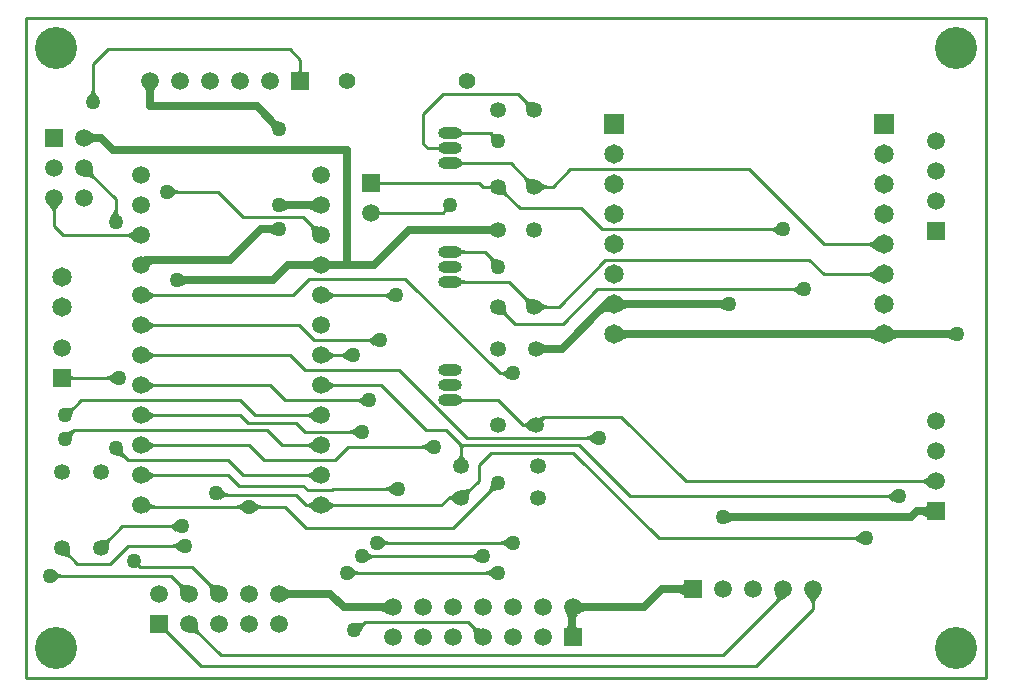
<source format=gtl>
G04 Layer_Physical_Order=1*
G04 Layer_Color=255*
%FSLAX25Y25*%
%MOIN*%
G70*
G01*
G75*
%ADD10C,0.01000*%
%ADD11C,0.02500*%
%ADD12R,0.05906X0.05906*%
%ADD13C,0.05906*%
%ADD14O,0.07874X0.03937*%
%ADD15O,0.07874X0.03937*%
%ADD16C,0.05906*%
%ADD17R,0.05906X0.05906*%
%ADD18C,0.06500*%
%ADD19R,0.06500X0.06500*%
%ADD20C,0.14000*%
%ADD21C,0.05315*%
%ADD22C,0.05512*%
%ADD23C,0.06496*%
%ADD24C,0.05000*%
G36*
X257475Y162500D02*
X257136Y162497D01*
X256523Y162449D01*
X256249Y162405D01*
X255996Y162347D01*
X255766Y162276D01*
X255557Y162191D01*
X255370Y162092D01*
X255205Y161980D01*
X255061Y161854D01*
X254354Y162561D01*
X254480Y162705D01*
X254592Y162870D01*
X254691Y163057D01*
X254776Y163266D01*
X254847Y163496D01*
X254905Y163749D01*
X254949Y164023D01*
X254980Y164318D01*
X255000Y164975D01*
X257475Y162500D01*
D02*
G37*
G36*
X222215Y161250D02*
X221972Y161487D01*
X221505Y161888D01*
X221280Y162050D01*
X221061Y162188D01*
X220847Y162300D01*
X220640Y162388D01*
X220438Y162450D01*
X220241Y162487D01*
X220051Y162500D01*
Y163500D01*
X220241Y163513D01*
X220438Y163550D01*
X220640Y163612D01*
X220847Y163700D01*
X221061Y163812D01*
X221280Y163950D01*
X221505Y164112D01*
X221736Y164300D01*
X222215Y164750D01*
Y161250D01*
D02*
G37*
G36*
X248531Y162619D02*
X248401Y162470D01*
X248284Y162295D01*
X248182Y162097D01*
X248094Y161874D01*
X248020Y161627D01*
X247960Y161356D01*
X247914Y161060D01*
X247883Y160740D01*
X247862Y160027D01*
X245231Y162657D01*
X245600Y162661D01*
X246265Y162710D01*
X246560Y162755D01*
X246832Y162815D01*
X247079Y162889D01*
X247302Y162977D01*
X247500Y163080D01*
X247674Y163196D01*
X247824Y163327D01*
X248531Y162619D01*
D02*
G37*
G36*
X401391Y163433D02*
X401089Y163731D01*
X400515Y164232D01*
X400242Y164436D01*
X399980Y164608D01*
X399728Y164749D01*
X399485Y164859D01*
X399253Y164937D01*
X399031Y164984D01*
X398818Y165000D01*
Y166000D01*
X399031Y166016D01*
X399253Y166063D01*
X399485Y166141D01*
X399728Y166251D01*
X399980Y166392D01*
X400242Y166564D01*
X400515Y166768D01*
X401089Y167269D01*
X401391Y167567D01*
Y163433D01*
D02*
G37*
G36*
X245718Y174506D02*
X245759Y174301D01*
X245827Y174088D01*
X245922Y173868D01*
X246045Y173641D01*
X246194Y173407D01*
X246371Y173165D01*
X246575Y172917D01*
X247065Y172398D01*
X243344D01*
X243603Y172661D01*
X244038Y173165D01*
X244215Y173407D01*
X244365Y173641D01*
X244487Y173868D01*
X244582Y174088D01*
X244650Y174301D01*
X244691Y174506D01*
X244705Y174705D01*
X245705D01*
X245718Y174506D01*
D02*
G37*
G36*
X196391Y165433D02*
X196089Y165731D01*
X195515Y166232D01*
X195242Y166436D01*
X194980Y166608D01*
X194728Y166749D01*
X194485Y166859D01*
X194253Y166937D01*
X194031Y166984D01*
X193818Y167000D01*
Y168000D01*
X194031Y168016D01*
X194253Y168063D01*
X194485Y168141D01*
X194728Y168251D01*
X194980Y168392D01*
X195242Y168564D01*
X195515Y168768D01*
X196089Y169269D01*
X196391Y169567D01*
Y165433D01*
D02*
G37*
G36*
X140911Y169269D02*
X141485Y168768D01*
X141758Y168564D01*
X142020Y168392D01*
X142272Y168251D01*
X142515Y168141D01*
X142747Y168063D01*
X142969Y168016D01*
X143182Y168000D01*
Y167000D01*
X142969Y166984D01*
X142747Y166937D01*
X142515Y166859D01*
X142272Y166749D01*
X142020Y166608D01*
X141758Y166436D01*
X141485Y166232D01*
X140911Y165731D01*
X140609Y165433D01*
Y169567D01*
X140911Y169269D01*
D02*
G37*
G36*
X196391Y155433D02*
X196089Y155731D01*
X195515Y156232D01*
X195242Y156436D01*
X194980Y156608D01*
X194728Y156749D01*
X194485Y156859D01*
X194253Y156937D01*
X194031Y156984D01*
X193818Y157000D01*
Y158000D01*
X194031Y158016D01*
X194253Y158063D01*
X194485Y158141D01*
X194728Y158251D01*
X194980Y158392D01*
X195242Y158564D01*
X195515Y158768D01*
X196089Y159269D01*
X196391Y159567D01*
Y155433D01*
D02*
G37*
G36*
X176528Y158512D02*
X176995Y158113D01*
X177220Y157950D01*
X177439Y157812D01*
X177653Y157700D01*
X177860Y157613D01*
X178062Y157550D01*
X178259Y157512D01*
X178449Y157500D01*
Y156500D01*
X178259Y156488D01*
X178062Y156450D01*
X177860Y156387D01*
X177653Y156300D01*
X177439Y156187D01*
X177220Y156050D01*
X176995Y155887D01*
X176764Y155700D01*
X176285Y155250D01*
Y158750D01*
X176528Y158512D01*
D02*
G37*
G36*
X172715Y155250D02*
X172473Y155488D01*
X172005Y155887D01*
X171780Y156050D01*
X171561Y156187D01*
X171347Y156300D01*
X171140Y156387D01*
X170938Y156450D01*
X170741Y156488D01*
X170551Y156500D01*
Y157500D01*
X170741Y157512D01*
X170938Y157550D01*
X171140Y157613D01*
X171347Y157700D01*
X171561Y157812D01*
X171780Y157950D01*
X172005Y158113D01*
X172236Y158300D01*
X172715Y158750D01*
Y155250D01*
D02*
G37*
G36*
X200911Y159269D02*
X201485Y158768D01*
X201758Y158564D01*
X202020Y158392D01*
X202272Y158251D01*
X202515Y158141D01*
X202747Y158063D01*
X202969Y158016D01*
X203182Y158000D01*
Y157000D01*
X202969Y156984D01*
X202747Y156937D01*
X202515Y156859D01*
X202272Y156749D01*
X202020Y156608D01*
X201758Y156436D01*
X201485Y156232D01*
X200911Y155731D01*
X200609Y155433D01*
Y159567D01*
X200911Y159269D01*
D02*
G37*
G36*
X165776Y162600D02*
X165956Y162369D01*
X166139Y162165D01*
X166325Y161989D01*
X166513Y161839D01*
X166705Y161717D01*
X166899Y161622D01*
X167097Y161554D01*
X167297Y161514D01*
X167500Y161500D01*
X167291Y160500D01*
X167122Y160489D01*
X166938Y160457D01*
X166738Y160404D01*
X166522Y160328D01*
X166291Y160232D01*
X165781Y159975D01*
X165503Y159814D01*
X164899Y159428D01*
X165599Y162858D01*
X165776Y162600D01*
D02*
G37*
G36*
X389215Y158750D02*
X388972Y158987D01*
X388505Y159388D01*
X388280Y159550D01*
X388061Y159687D01*
X387847Y159800D01*
X387640Y159888D01*
X387438Y159950D01*
X387241Y159987D01*
X387051Y160000D01*
Y161000D01*
X387241Y161012D01*
X387438Y161050D01*
X387640Y161112D01*
X387847Y161200D01*
X388061Y161312D01*
X388280Y161450D01*
X388505Y161612D01*
X388736Y161800D01*
X389215Y162250D01*
Y158750D01*
D02*
G37*
G36*
X243254Y158195D02*
X243014Y158443D01*
X242544Y158861D01*
X242314Y159030D01*
X242087Y159174D01*
X241863Y159291D01*
X241642Y159382D01*
X241425Y159448D01*
X241211Y159487D01*
X241000Y159500D01*
Y160500D01*
X241211Y160513D01*
X241425Y160552D01*
X241642Y160617D01*
X241863Y160709D01*
X242087Y160826D01*
X242314Y160970D01*
X242544Y161140D01*
X242778Y161335D01*
X243014Y161557D01*
X243254Y161805D01*
Y158195D01*
D02*
G37*
G36*
X140911Y189269D02*
X141485Y188768D01*
X141758Y188564D01*
X142020Y188392D01*
X142272Y188251D01*
X142515Y188141D01*
X142747Y188063D01*
X142969Y188016D01*
X143182Y188000D01*
Y187000D01*
X142969Y186984D01*
X142747Y186937D01*
X142515Y186859D01*
X142272Y186749D01*
X142020Y186608D01*
X141758Y186436D01*
X141485Y186232D01*
X140911Y185731D01*
X140609Y185433D01*
Y189567D01*
X140911Y189269D01*
D02*
G37*
G36*
X268050Y182400D02*
X267810Y182648D01*
X267339Y183065D01*
X267109Y183235D01*
X266882Y183378D01*
X266658Y183496D01*
X266438Y183587D01*
X266220Y183652D01*
X266006Y183692D01*
X265795Y183705D01*
Y184705D01*
X266006Y184718D01*
X266220Y184757D01*
X266438Y184822D01*
X266658Y184914D01*
X266882Y185031D01*
X267109Y185175D01*
X267339Y185344D01*
X267573Y185540D01*
X267810Y185762D01*
X268050Y186010D01*
Y182400D01*
D02*
G37*
G36*
X210215Y180250D02*
X209973Y180488D01*
X209505Y180887D01*
X209280Y181050D01*
X209061Y181187D01*
X208847Y181300D01*
X208640Y181387D01*
X208437Y181450D01*
X208241Y181488D01*
X208050Y181500D01*
Y182500D01*
X208241Y182512D01*
X208437Y182550D01*
X208640Y182613D01*
X208847Y182700D01*
X209061Y182812D01*
X209280Y182950D01*
X209505Y183113D01*
X209736Y183300D01*
X210215Y183750D01*
Y180250D01*
D02*
G37*
G36*
X196391Y185433D02*
X196089Y185731D01*
X195515Y186232D01*
X195242Y186436D01*
X194980Y186608D01*
X194728Y186749D01*
X194485Y186859D01*
X194253Y186937D01*
X194031Y186984D01*
X193818Y187000D01*
Y188000D01*
X194031Y188016D01*
X194253Y188063D01*
X194485Y188141D01*
X194728Y188251D01*
X194980Y188392D01*
X195242Y188564D01*
X195515Y188768D01*
X196089Y189269D01*
X196391Y189567D01*
Y185433D01*
D02*
G37*
G36*
X212715Y190750D02*
X212473Y190988D01*
X212005Y191387D01*
X211780Y191550D01*
X211561Y191688D01*
X211347Y191800D01*
X211140Y191887D01*
X210938Y191950D01*
X210741Y191988D01*
X210550Y192000D01*
Y193000D01*
X210741Y193012D01*
X210938Y193050D01*
X211140Y193113D01*
X211347Y193200D01*
X211561Y193313D01*
X211780Y193450D01*
X212005Y193613D01*
X212236Y193800D01*
X212715Y194250D01*
Y190750D01*
D02*
G37*
G36*
X116326Y189619D02*
X116209Y189486D01*
X116099Y189328D01*
X115996Y189145D01*
X115901Y188938D01*
X115813Y188705D01*
X115731Y188448D01*
X115591Y187859D01*
X115531Y187528D01*
X115478Y187171D01*
X113378Y189971D01*
X113696Y189931D01*
X113995Y189909D01*
X114276Y189907D01*
X114538Y189924D01*
X114782Y189961D01*
X115007Y190016D01*
X115214Y190090D01*
X115401Y190184D01*
X115571Y190297D01*
X115722Y190429D01*
X116326Y189619D01*
D02*
G37*
G36*
X273149Y186646D02*
X273008Y186491D01*
X272886Y186326D01*
X272784Y186153D01*
X272701Y185970D01*
X272638Y185778D01*
X272594Y185577D01*
X272570Y185366D01*
X272565Y185147D01*
X272580Y184919D01*
X272614Y184681D01*
X270477Y186819D01*
X270714Y186785D01*
X270942Y186770D01*
X271162Y186775D01*
X271372Y186799D01*
X271573Y186842D01*
X271765Y186906D01*
X271948Y186988D01*
X272122Y187091D01*
X272286Y187212D01*
X272442Y187354D01*
X273149Y186646D01*
D02*
G37*
G36*
X140911Y179269D02*
X141485Y178768D01*
X141758Y178564D01*
X142020Y178392D01*
X142272Y178251D01*
X142515Y178141D01*
X142747Y178063D01*
X142969Y178016D01*
X143182Y178000D01*
Y177000D01*
X142969Y176984D01*
X142747Y176937D01*
X142515Y176859D01*
X142272Y176749D01*
X142020Y176608D01*
X141758Y176436D01*
X141485Y176232D01*
X140911Y175731D01*
X140609Y175433D01*
Y179567D01*
X140911Y179269D01*
D02*
G37*
G36*
X234215Y175250D02*
X233973Y175487D01*
X233505Y175888D01*
X233280Y176050D01*
X233061Y176188D01*
X232847Y176300D01*
X232640Y176388D01*
X232437Y176450D01*
X232241Y176488D01*
X232050Y176500D01*
Y177500D01*
X232241Y177513D01*
X232437Y177550D01*
X232640Y177612D01*
X232847Y177700D01*
X233061Y177813D01*
X233280Y177950D01*
X233505Y178112D01*
X233736Y178300D01*
X234215Y178750D01*
Y175250D01*
D02*
G37*
G36*
X132503Y176136D02*
X132551Y175523D01*
X132595Y175249D01*
X132653Y174996D01*
X132724Y174766D01*
X132809Y174557D01*
X132908Y174370D01*
X133020Y174205D01*
X133146Y174061D01*
X132439Y173354D01*
X132296Y173480D01*
X132130Y173592D01*
X131943Y173691D01*
X131734Y173776D01*
X131504Y173847D01*
X131251Y173905D01*
X130977Y173949D01*
X130682Y173980D01*
X130025Y174000D01*
X132500Y176475D01*
X132503Y176136D01*
D02*
G37*
G36*
X196391Y175433D02*
X196089Y175731D01*
X195515Y176232D01*
X195242Y176436D01*
X194980Y176608D01*
X194728Y176749D01*
X194485Y176859D01*
X194253Y176937D01*
X194031Y176984D01*
X193818Y177000D01*
Y178000D01*
X194031Y178016D01*
X194253Y178063D01*
X194485Y178141D01*
X194728Y178251D01*
X194980Y178392D01*
X195242Y178564D01*
X195515Y178768D01*
X196089Y179269D01*
X196391Y179567D01*
Y175433D01*
D02*
G37*
G36*
X116146Y181939D02*
X116020Y181796D01*
X115908Y181630D01*
X115809Y181443D01*
X115724Y181234D01*
X115653Y181004D01*
X115595Y180751D01*
X115551Y180477D01*
X115520Y180182D01*
X115500Y179525D01*
X113025Y182000D01*
X113364Y182003D01*
X113977Y182051D01*
X114251Y182095D01*
X114504Y182153D01*
X114734Y182224D01*
X114943Y182309D01*
X115130Y182408D01*
X115296Y182520D01*
X115439Y182646D01*
X116146Y181939D01*
D02*
G37*
G36*
X289215Y178250D02*
X288972Y178488D01*
X288505Y178887D01*
X288280Y179050D01*
X288061Y179188D01*
X287847Y179300D01*
X287640Y179387D01*
X287438Y179450D01*
X287241Y179488D01*
X287051Y179500D01*
Y180500D01*
X287241Y180512D01*
X287438Y180550D01*
X287640Y180613D01*
X287847Y180700D01*
X288061Y180813D01*
X288280Y180950D01*
X288505Y181113D01*
X288736Y181300D01*
X289215Y181750D01*
Y178250D01*
D02*
G37*
G36*
X244849Y178573D02*
X244999Y178453D01*
X245155Y178347D01*
X245317Y178255D01*
X245485Y178177D01*
X245659Y178113D01*
X245838Y178064D01*
X246024Y178028D01*
X246215Y178007D01*
X246412Y178000D01*
X246705Y177000D01*
X246515Y176990D01*
X246345Y176960D01*
X246195Y176910D01*
X246065Y176840D01*
X245955Y176750D01*
X245865Y176640D01*
X245795Y176510D01*
X245745Y176360D01*
X245715Y176190D01*
X245705Y176000D01*
X244705Y176293D01*
X244698Y176490D01*
X244676Y176681D01*
X244641Y176866D01*
X244592Y177046D01*
X244528Y177220D01*
X244450Y177387D01*
X244358Y177549D01*
X244252Y177705D01*
X244132Y177856D01*
X243998Y178000D01*
X244705Y178707D01*
X244849Y178573D01*
D02*
G37*
G36*
X186776Y129912D02*
X186958Y129773D01*
X187155Y129650D01*
X187367Y129544D01*
X187594Y129454D01*
X187835Y129381D01*
X188091Y129323D01*
X188361Y129283D01*
X188647Y129258D01*
X188947Y129250D01*
Y126750D01*
X188647Y126742D01*
X188361Y126717D01*
X188091Y126676D01*
X187835Y126619D01*
X187594Y126546D01*
X187367Y126456D01*
X187155Y126350D01*
X186958Y126227D01*
X186776Y126088D01*
X186609Y125933D01*
Y130067D01*
X186776Y129912D01*
D02*
G37*
G36*
X353794Y126846D02*
X351011Y125304D01*
X349908Y125616D01*
X350068Y125799D01*
X350192Y125996D01*
X350281Y126207D01*
X350335Y126431D01*
X350354Y126669D01*
X350338Y126920D01*
X350287Y127185D01*
X350200Y127463D01*
X350079Y127755D01*
X349922Y128060D01*
X353794Y126846D01*
D02*
G37*
G36*
X364269Y127089D02*
X363768Y126515D01*
X363564Y126242D01*
X363392Y125980D01*
X363251Y125728D01*
X363141Y125485D01*
X363063Y125253D01*
X363016Y125031D01*
X363000Y124818D01*
X362000D01*
X361984Y125031D01*
X361937Y125253D01*
X361859Y125485D01*
X361749Y125728D01*
X361608Y125980D01*
X361436Y126242D01*
X361232Y126515D01*
X360731Y127089D01*
X360433Y127391D01*
X364567D01*
X364269Y127089D01*
D02*
G37*
G36*
X319571Y127000D02*
X319546Y127237D01*
X319471Y127450D01*
X319345Y127638D01*
X319169Y127800D01*
X318943Y127937D01*
X318667Y128050D01*
X318340Y128138D01*
X317964Y128200D01*
X317536Y128237D01*
X317059Y128250D01*
Y130750D01*
X317536Y130763D01*
X317964Y130800D01*
X318340Y130862D01*
X318667Y130950D01*
X318943Y131062D01*
X319169Y131200D01*
X319345Y131362D01*
X319471Y131550D01*
X319546Y131763D01*
X319571Y132000D01*
Y127000D01*
D02*
G37*
G36*
X110028Y135512D02*
X110495Y135113D01*
X110720Y134950D01*
X110939Y134812D01*
X111153Y134700D01*
X111360Y134613D01*
X111563Y134550D01*
X111759Y134512D01*
X111950Y134500D01*
Y133500D01*
X111759Y133487D01*
X111563Y133450D01*
X111360Y133387D01*
X111153Y133300D01*
X110939Y133187D01*
X110720Y133050D01*
X110495Y132887D01*
X110264Y132700D01*
X109785Y132250D01*
Y135750D01*
X110028Y135512D01*
D02*
G37*
G36*
X161704Y131525D02*
X161895Y131401D01*
X162115Y131292D01*
X162364Y131198D01*
X162642Y131120D01*
X162949Y131056D01*
X163286Y131007D01*
X164046Y130956D01*
X164471Y130953D01*
X161547Y128030D01*
X161544Y128454D01*
X161493Y129215D01*
X161444Y129551D01*
X161381Y129858D01*
X161302Y130137D01*
X161208Y130385D01*
X161099Y130605D01*
X160975Y130796D01*
X160836Y130957D01*
X161543Y131664D01*
X161704Y131525D01*
D02*
G37*
G36*
X151704D02*
X151895Y131401D01*
X152114Y131292D01*
X152364Y131198D01*
X152642Y131120D01*
X152949Y131056D01*
X153286Y131007D01*
X154046Y130956D01*
X154471Y130953D01*
X151547Y128030D01*
X151544Y128454D01*
X151493Y129215D01*
X151444Y129551D01*
X151381Y129858D01*
X151302Y130137D01*
X151208Y130385D01*
X151099Y130605D01*
X150975Y130796D01*
X150836Y130957D01*
X151543Y131664D01*
X151704Y131525D01*
D02*
G37*
G36*
X147384Y116396D02*
X147356Y116304D01*
Y116198D01*
X147384Y116077D01*
X147441Y115943D01*
X147526Y115795D01*
X147639Y115632D01*
X147780Y115455D01*
X148148Y115059D01*
X147441Y114352D01*
X147236Y114550D01*
X146868Y114861D01*
X146705Y114974D01*
X146557Y115059D01*
X146423Y115116D01*
X146302Y115144D01*
X146196D01*
X146104Y115116D01*
X146027Y115059D01*
X147441Y116473D01*
X147384Y116396D01*
D02*
G37*
G36*
X157456Y117546D02*
X157507Y116786D01*
X157556Y116449D01*
X157620Y116142D01*
X157698Y115864D01*
X157792Y115614D01*
X157901Y115395D01*
X158025Y115204D01*
X158164Y115043D01*
X157457Y114336D01*
X157296Y114475D01*
X157105Y114599D01*
X156886Y114708D01*
X156637Y114802D01*
X156358Y114881D01*
X156051Y114944D01*
X155714Y114993D01*
X154954Y115044D01*
X154530Y115047D01*
X157453Y117971D01*
X157456Y117546D01*
D02*
G37*
G36*
X249704Y117025D02*
X249895Y116901D01*
X250114Y116792D01*
X250363Y116698D01*
X250642Y116620D01*
X250949Y116556D01*
X251286Y116507D01*
X252046Y116456D01*
X252470Y116453D01*
X249547Y113530D01*
X249544Y113954D01*
X249493Y114715D01*
X249444Y115051D01*
X249380Y115358D01*
X249302Y115637D01*
X249208Y115885D01*
X249099Y116105D01*
X248975Y116296D01*
X248836Y116457D01*
X249543Y117164D01*
X249704Y117025D01*
D02*
G37*
G36*
X284180Y121072D02*
X284003Y120934D01*
X283845Y120778D01*
X283706Y120604D01*
X283585Y120411D01*
X283483Y120200D01*
X283399Y119971D01*
X283334Y119724D01*
X283287Y119458D01*
X283259Y119175D01*
X283251Y118904D01*
X283262Y118464D01*
X283300Y118037D01*
X283363Y117661D01*
X283450Y117334D01*
X283562Y117058D01*
X283700Y116832D01*
X283862Y116656D01*
X284050Y116530D01*
X284262Y116454D01*
X284500Y116429D01*
X279559Y116441D01*
X279785Y116466D01*
X279988Y116541D01*
X280167Y116666D01*
X280321Y116841D01*
X280452Y117066D01*
X280559Y117341D01*
X280643Y117666D01*
X280702Y118041D01*
X280738Y118466D01*
X280750Y118941D01*
X282892D01*
X280750Y119350D01*
X280744Y119650D01*
X280692Y120210D01*
X280647Y120472D01*
X280589Y120720D01*
X280518Y120956D01*
X280434Y121179D01*
X280338Y121389D01*
X280228Y121587D01*
X280106Y121772D01*
X284180Y121072D01*
D02*
G37*
G36*
X284776Y125412D02*
X284958Y125273D01*
X285155Y125150D01*
X285367Y125044D01*
X285594Y124954D01*
X285835Y124881D01*
X286091Y124823D01*
X286361Y124783D01*
X286647Y124758D01*
X286947Y124750D01*
Y122250D01*
X286647Y122242D01*
X286361Y122217D01*
X286091Y122177D01*
X285835Y122119D01*
X285594Y122046D01*
X285367Y121956D01*
X285155Y121850D01*
X284958Y121727D01*
X284776Y121588D01*
X284609Y121433D01*
Y125567D01*
X284776Y125412D01*
D02*
G37*
G36*
X220391Y121433D02*
X220224Y121588D01*
X220042Y121727D01*
X219845Y121850D01*
X219633Y121956D01*
X219406Y122046D01*
X219165Y122119D01*
X218909Y122177D01*
X218639Y122217D01*
X218353Y122242D01*
X218053Y122250D01*
Y124750D01*
X218353Y124758D01*
X218639Y124783D01*
X218909Y124823D01*
X219165Y124881D01*
X219406Y124954D01*
X219633Y125044D01*
X219845Y125150D01*
X220042Y125273D01*
X220224Y125412D01*
X220391Y125567D01*
Y121433D01*
D02*
G37*
G36*
X212962Y117755D02*
X212860Y117639D01*
X212757Y117495D01*
X212653Y117322D01*
X212548Y117121D01*
X212337Y116633D01*
X212123Y116032D01*
X211905Y115317D01*
X210231Y118391D01*
X210523Y118311D01*
X210799Y118256D01*
X211061Y118224D01*
X211307Y118217D01*
X211538Y118233D01*
X211754Y118274D01*
X211956Y118338D01*
X212142Y118427D01*
X212313Y118539D01*
X212469Y118676D01*
X212962Y117755D01*
D02*
G37*
G36*
X378215Y144750D02*
X377973Y144987D01*
X377505Y145387D01*
X377280Y145550D01*
X377061Y145687D01*
X376847Y145800D01*
X376640Y145887D01*
X376437Y145950D01*
X376241Y145987D01*
X376050Y146000D01*
Y147000D01*
X376241Y147012D01*
X376437Y147050D01*
X376640Y147113D01*
X376847Y147200D01*
X377061Y147312D01*
X377280Y147450D01*
X377505Y147613D01*
X377736Y147800D01*
X378215Y148250D01*
Y144750D01*
D02*
G37*
G36*
X260715Y143250D02*
X260472Y143488D01*
X260005Y143887D01*
X259780Y144050D01*
X259561Y144187D01*
X259347Y144300D01*
X259140Y144387D01*
X258938Y144450D01*
X258741Y144488D01*
X258551Y144500D01*
Y145500D01*
X258741Y145512D01*
X258938Y145550D01*
X259140Y145613D01*
X259347Y145700D01*
X259561Y145812D01*
X259780Y145950D01*
X260005Y146113D01*
X260236Y146300D01*
X260715Y146750D01*
Y143250D01*
D02*
G37*
G36*
X219027Y146512D02*
X219495Y146113D01*
X219720Y145950D01*
X219939Y145812D01*
X220153Y145700D01*
X220360Y145613D01*
X220563Y145550D01*
X220759Y145512D01*
X220950Y145500D01*
Y144500D01*
X220759Y144488D01*
X220563Y144450D01*
X220360Y144387D01*
X220153Y144300D01*
X219939Y144187D01*
X219720Y144050D01*
X219495Y143887D01*
X219264Y143700D01*
X218785Y143250D01*
Y146750D01*
X219027Y146512D01*
D02*
G37*
G36*
X150215Y148750D02*
X149972Y148987D01*
X149505Y149388D01*
X149280Y149550D01*
X149061Y149688D01*
X148847Y149800D01*
X148640Y149888D01*
X148438Y149950D01*
X148241Y149987D01*
X148050Y150000D01*
Y151000D01*
X148241Y151013D01*
X148438Y151050D01*
X148640Y151112D01*
X148847Y151200D01*
X149061Y151312D01*
X149280Y151450D01*
X149505Y151612D01*
X149736Y151800D01*
X150215Y152250D01*
Y148750D01*
D02*
G37*
G36*
X141160Y158861D02*
X141392Y158575D01*
X141623Y158323D01*
X141853Y158105D01*
X142083Y157920D01*
X142313Y157769D01*
X142542Y157651D01*
X142770Y157567D01*
X142997Y157517D01*
X143224Y157500D01*
X143050Y156500D01*
X142861Y156486D01*
X142652Y156444D01*
X142422Y156375D01*
X142171Y156277D01*
X141899Y156151D01*
X141293Y155817D01*
X140959Y155608D01*
X140228Y155106D01*
X140928Y159180D01*
X141160Y158861D01*
D02*
G37*
G36*
X400571Y153000D02*
X400546Y153237D01*
X400471Y153450D01*
X400345Y153638D01*
X400169Y153800D01*
X399943Y153937D01*
X399667Y154050D01*
X399340Y154138D01*
X398964Y154200D01*
X398536Y154237D01*
X398059Y154250D01*
Y156750D01*
X398536Y156763D01*
X398964Y156800D01*
X399340Y156862D01*
X399667Y156950D01*
X399943Y157062D01*
X400169Y157200D01*
X400345Y157362D01*
X400471Y157550D01*
X400546Y157763D01*
X400571Y158000D01*
Y153000D01*
D02*
G37*
G36*
X334392Y155155D02*
X334517Y155070D01*
X334660Y154995D01*
X334821Y154930D01*
X335000Y154875D01*
X335197Y154830D01*
X335412Y154795D01*
X335645Y154770D01*
X336165Y154750D01*
Y152250D01*
X335896Y152245D01*
X335412Y152205D01*
X335197Y152170D01*
X335000Y152125D01*
X334821Y152070D01*
X334660Y152005D01*
X334517Y151930D01*
X334392Y151845D01*
X334285Y151750D01*
Y155250D01*
X334392Y155155D01*
D02*
G37*
G36*
X214028Y142013D02*
X214495Y141613D01*
X214720Y141450D01*
X214939Y141313D01*
X215153Y141200D01*
X215360Y141112D01*
X215563Y141050D01*
X215759Y141013D01*
X215950Y141000D01*
Y140000D01*
X215759Y139988D01*
X215563Y139950D01*
X215360Y139887D01*
X215153Y139800D01*
X214939Y139688D01*
X214720Y139550D01*
X214495Y139388D01*
X214264Y139200D01*
X213785Y138750D01*
Y142250D01*
X214028Y142013D01*
D02*
G37*
G36*
X255715Y133250D02*
X255472Y133487D01*
X255005Y133888D01*
X254780Y134050D01*
X254561Y134187D01*
X254347Y134300D01*
X254140Y134388D01*
X253938Y134450D01*
X253741Y134487D01*
X253551Y134500D01*
Y135500D01*
X253741Y135512D01*
X253938Y135550D01*
X254140Y135612D01*
X254347Y135700D01*
X254561Y135812D01*
X254780Y135950D01*
X255005Y136112D01*
X255236Y136300D01*
X255715Y136750D01*
Y133250D01*
D02*
G37*
G36*
X209028Y136512D02*
X209495Y136112D01*
X209720Y135950D01*
X209939Y135812D01*
X210153Y135700D01*
X210360Y135612D01*
X210562Y135550D01*
X210759Y135512D01*
X210949Y135500D01*
Y134500D01*
X210759Y134487D01*
X210562Y134450D01*
X210360Y134388D01*
X210153Y134300D01*
X209939Y134187D01*
X209720Y134050D01*
X209495Y133888D01*
X209264Y133700D01*
X208785Y133250D01*
Y136750D01*
X209028Y136512D01*
D02*
G37*
G36*
X250715Y138750D02*
X250472Y138988D01*
X250005Y139388D01*
X249780Y139550D01*
X249561Y139688D01*
X249347Y139800D01*
X249140Y139887D01*
X248938Y139950D01*
X248741Y139988D01*
X248551Y140000D01*
Y141000D01*
X248741Y141013D01*
X248938Y141050D01*
X249140Y141112D01*
X249347Y141200D01*
X249561Y141313D01*
X249780Y141450D01*
X250005Y141613D01*
X250236Y141800D01*
X250715Y142250D01*
Y138750D01*
D02*
G37*
G36*
X128327Y145824D02*
X128196Y145674D01*
X128080Y145500D01*
X127977Y145302D01*
X127889Y145079D01*
X127815Y144832D01*
X127755Y144560D01*
X127710Y144265D01*
X127678Y143945D01*
X127657Y143231D01*
X125027Y145862D01*
X125395Y145865D01*
X126060Y145914D01*
X126356Y145960D01*
X126627Y146020D01*
X126874Y146094D01*
X127097Y146182D01*
X127295Y146284D01*
X127470Y146401D01*
X127620Y146531D01*
X128327Y145824D01*
D02*
G37*
G36*
X151215Y142250D02*
X150972Y142488D01*
X150505Y142887D01*
X150280Y143050D01*
X150061Y143187D01*
X149847Y143300D01*
X149640Y143387D01*
X149437Y143450D01*
X149241Y143488D01*
X149050Y143500D01*
Y144500D01*
X149241Y144512D01*
X149437Y144550D01*
X149640Y144613D01*
X149847Y144700D01*
X150061Y144813D01*
X150280Y144950D01*
X150505Y145113D01*
X150736Y145300D01*
X151215Y145750D01*
Y142250D01*
D02*
G37*
G36*
X114661Y142809D02*
X114710Y142145D01*
X114755Y141849D01*
X114815Y141578D01*
X114889Y141331D01*
X114977Y141108D01*
X115080Y140909D01*
X115196Y140735D01*
X115327Y140585D01*
X114620Y139878D01*
X114470Y140009D01*
X114295Y140125D01*
X114097Y140227D01*
X113874Y140316D01*
X113627Y140390D01*
X113356Y140449D01*
X113060Y140495D01*
X112740Y140527D01*
X112027Y140547D01*
X114657Y143178D01*
X114661Y142809D01*
D02*
G37*
G36*
X130512Y255759D02*
X130550Y255562D01*
X130613Y255360D01*
X130700Y255153D01*
X130813Y254939D01*
X130950Y254720D01*
X131113Y254495D01*
X131300Y254264D01*
X131750Y253785D01*
X128250D01*
X128488Y254028D01*
X128887Y254495D01*
X129050Y254720D01*
X129188Y254939D01*
X129300Y255153D01*
X129387Y255360D01*
X129450Y255562D01*
X129488Y255759D01*
X129500Y255949D01*
X130500D01*
X130512Y255759D01*
D02*
G37*
G36*
X350715Y247750D02*
X350472Y247988D01*
X350005Y248388D01*
X349780Y248550D01*
X349561Y248688D01*
X349347Y248800D01*
X349140Y248887D01*
X348938Y248950D01*
X348741Y248988D01*
X348551Y249000D01*
Y250000D01*
X348741Y250012D01*
X348938Y250050D01*
X349140Y250113D01*
X349347Y250200D01*
X349561Y250312D01*
X349780Y250450D01*
X350005Y250612D01*
X350236Y250800D01*
X350715Y251250D01*
Y247750D01*
D02*
G37*
G36*
X182715D02*
X182608Y247845D01*
X182483Y247930D01*
X182340Y248005D01*
X182179Y248070D01*
X182000Y248125D01*
X181803Y248170D01*
X181588Y248205D01*
X181355Y248230D01*
X180835Y248250D01*
Y250750D01*
X181104Y250755D01*
X181588Y250795D01*
X181803Y250830D01*
X182000Y250875D01*
X182179Y250930D01*
X182340Y250995D01*
X182483Y251070D01*
X182608Y251155D01*
X182715Y251250D01*
Y247750D01*
D02*
G37*
G36*
X111269Y257589D02*
X110768Y257015D01*
X110564Y256742D01*
X110392Y256480D01*
X110251Y256228D01*
X110141Y255985D01*
X110063Y255753D01*
X110016Y255531D01*
X110000Y255318D01*
X109000D01*
X108984Y255531D01*
X108937Y255753D01*
X108859Y255985D01*
X108749Y256228D01*
X108608Y256480D01*
X108436Y256742D01*
X108232Y257015D01*
X107731Y257589D01*
X107433Y257891D01*
X111567D01*
X111269Y257589D01*
D02*
G37*
G36*
X149028Y263512D02*
X149495Y263112D01*
X149720Y262950D01*
X149939Y262812D01*
X150153Y262700D01*
X150360Y262613D01*
X150563Y262550D01*
X150759Y262512D01*
X150950Y262500D01*
Y261500D01*
X150759Y261488D01*
X150563Y261450D01*
X150360Y261387D01*
X150153Y261300D01*
X149939Y261188D01*
X149720Y261050D01*
X149495Y260888D01*
X149264Y260700D01*
X148785Y260250D01*
Y263750D01*
X149028Y263512D01*
D02*
G37*
G36*
X186392Y259155D02*
X186517Y259070D01*
X186660Y258995D01*
X186821Y258930D01*
X187000Y258875D01*
X187197Y258830D01*
X187412Y258795D01*
X187645Y258770D01*
X188165Y258750D01*
Y256250D01*
X187896Y256245D01*
X187412Y256205D01*
X187197Y256170D01*
X187000Y256125D01*
X186821Y256070D01*
X186660Y256005D01*
X186517Y255930D01*
X186392Y255845D01*
X186285Y255750D01*
Y259250D01*
X186392Y259155D01*
D02*
G37*
G36*
X196391Y255433D02*
X196224Y255588D01*
X196042Y255727D01*
X195845Y255850D01*
X195633Y255956D01*
X195406Y256046D01*
X195165Y256119D01*
X194909Y256176D01*
X194639Y256217D01*
X194353Y256242D01*
X194053Y256250D01*
Y258750D01*
X194353Y258758D01*
X194639Y258783D01*
X194909Y258823D01*
X195165Y258881D01*
X195406Y258954D01*
X195633Y259044D01*
X195845Y259150D01*
X196042Y259273D01*
X196224Y259412D01*
X196391Y259567D01*
Y255433D01*
D02*
G37*
G36*
X255514Y240209D02*
X255672Y240099D01*
X255855Y239996D01*
X256062Y239901D01*
X256295Y239812D01*
X256552Y239731D01*
X257141Y239591D01*
X257472Y239531D01*
X257829Y239478D01*
X255029Y237378D01*
X255069Y237696D01*
X255091Y237995D01*
X255093Y238276D01*
X255076Y238538D01*
X255040Y238782D01*
X254984Y239007D01*
X254910Y239213D01*
X254816Y239402D01*
X254703Y239571D01*
X254571Y239722D01*
X255381Y240326D01*
X255514Y240209D01*
D02*
G37*
G36*
X143182Y238000D02*
X142871Y237991D01*
X142590Y237963D01*
X142340Y237918D01*
X142119Y237854D01*
X141928Y237771D01*
X141767Y237671D01*
X141636Y237552D01*
X141535Y237414D01*
X141464Y237259D01*
X141423Y237085D01*
X139223Y240363D01*
X142650Y240500D01*
X143182Y238000D01*
D02*
G37*
G36*
X383679Y232225D02*
X383337Y232562D01*
X382693Y233130D01*
X382389Y233361D01*
X382099Y233556D01*
X381821Y233716D01*
X381557Y233840D01*
X381305Y233929D01*
X381065Y233982D01*
X380839Y234000D01*
Y235000D01*
X381065Y235018D01*
X381305Y235071D01*
X381557Y235160D01*
X381821Y235284D01*
X382099Y235444D01*
X382389Y235639D01*
X382693Y235870D01*
X383337Y236438D01*
X383679Y236775D01*
Y232225D01*
D02*
G37*
G36*
X245170Y242899D02*
X245206Y242815D01*
X245267Y242741D01*
X245353Y242677D01*
X245462Y242623D01*
X245596Y242579D01*
X245755Y242544D01*
X245937Y242520D01*
X246145Y242505D01*
X246376Y242500D01*
Y241500D01*
X246145Y241495D01*
X245755Y241456D01*
X245596Y241421D01*
X245462Y241377D01*
X245353Y241323D01*
X245267Y241259D01*
X245206Y241185D01*
X245170Y241101D01*
X245158Y241007D01*
Y242993D01*
X245170Y242899D01*
D02*
G37*
G36*
X195704Y251025D02*
X195895Y250901D01*
X196115Y250792D01*
X196363Y250698D01*
X196642Y250620D01*
X196949Y250556D01*
X197285Y250507D01*
X198046Y250456D01*
X198470Y250453D01*
X195547Y247530D01*
X195544Y247954D01*
X195493Y248714D01*
X195444Y249051D01*
X195380Y249358D01*
X195302Y249637D01*
X195208Y249886D01*
X195099Y250105D01*
X194975Y250296D01*
X194836Y250457D01*
X195543Y251164D01*
X195704Y251025D01*
D02*
G37*
G36*
X136391Y245433D02*
X136089Y245731D01*
X135515Y246232D01*
X135242Y246436D01*
X134980Y246608D01*
X134728Y246749D01*
X134485Y246859D01*
X134253Y246937D01*
X134031Y246984D01*
X133818Y247000D01*
Y248000D01*
X134031Y248016D01*
X134253Y248063D01*
X134485Y248141D01*
X134728Y248251D01*
X134980Y248392D01*
X135242Y248564D01*
X135515Y248768D01*
X136089Y249269D01*
X136391Y249567D01*
Y245433D01*
D02*
G37*
G36*
X383679Y242225D02*
X383337Y242562D01*
X382693Y243130D01*
X382389Y243361D01*
X382099Y243556D01*
X381821Y243716D01*
X381557Y243840D01*
X381305Y243929D01*
X381065Y243982D01*
X380839Y244000D01*
Y245000D01*
X381065Y245018D01*
X381305Y245071D01*
X381557Y245160D01*
X381821Y245284D01*
X382099Y245444D01*
X382389Y245639D01*
X382693Y245870D01*
X383337Y246438D01*
X383679Y246775D01*
Y242225D01*
D02*
G37*
G36*
X182986Y286289D02*
X183356Y285975D01*
X183533Y285848D01*
X183704Y285740D01*
X183870Y285653D01*
X184029Y285585D01*
X184184Y285537D01*
X184332Y285508D01*
X184475Y285500D01*
X182000Y283025D01*
X181992Y283168D01*
X181963Y283316D01*
X181915Y283471D01*
X181847Y283630D01*
X181760Y283796D01*
X181652Y283967D01*
X181525Y284144D01*
X181378Y284326D01*
X181025Y284708D01*
X182792Y286475D01*
X182986Y286289D01*
D02*
G37*
G36*
X245170Y282399D02*
X245206Y282315D01*
X245267Y282241D01*
X245353Y282177D01*
X245462Y282123D01*
X245596Y282079D01*
X245755Y282044D01*
X245937Y282020D01*
X246145Y282005D01*
X246376Y282000D01*
Y281000D01*
X246145Y280995D01*
X245755Y280956D01*
X245596Y280921D01*
X245462Y280877D01*
X245353Y280823D01*
X245267Y280759D01*
X245206Y280685D01*
X245170Y280601D01*
X245158Y280507D01*
Y282493D01*
X245170Y282399D01*
D02*
G37*
G36*
X255490Y281727D02*
X255628Y281619D01*
X255768Y281529D01*
X255910Y281457D01*
X256055Y281403D01*
X256201Y281366D01*
X256349Y281348D01*
X256500Y281348D01*
X256652Y281366D01*
X256807Y281402D01*
X255098Y279693D01*
X255134Y279848D01*
X255152Y280000D01*
X255152Y280151D01*
X255134Y280299D01*
X255097Y280445D01*
X255043Y280590D01*
X254971Y280732D01*
X254881Y280872D01*
X254773Y281010D01*
X254646Y281147D01*
X255353Y281854D01*
X255490Y281727D01*
D02*
G37*
G36*
X267030Y292491D02*
X267204Y292375D01*
X267403Y292273D01*
X267626Y292184D01*
X267873Y292110D01*
X268144Y292051D01*
X268440Y292005D01*
X268760Y291973D01*
X269473Y291953D01*
X266843Y289322D01*
X266839Y289691D01*
X266790Y290355D01*
X266745Y290651D01*
X266685Y290922D01*
X266611Y291170D01*
X266523Y291392D01*
X266420Y291591D01*
X266304Y291765D01*
X266173Y291915D01*
X266880Y292622D01*
X267030Y292491D01*
D02*
G37*
G36*
X192005Y302748D02*
X192020Y302576D01*
X192045Y302425D01*
X192080Y302293D01*
X192125Y302182D01*
X192180Y302091D01*
X192245Y302020D01*
X192320Y301969D01*
X192405Y301939D01*
X192500Y301929D01*
X190500D01*
X190595Y301939D01*
X190680Y301969D01*
X190755Y302020D01*
X190820Y302091D01*
X190875Y302182D01*
X190920Y302293D01*
X190955Y302425D01*
X190980Y302576D01*
X190995Y302748D01*
X191000Y302941D01*
X192000D01*
X192005Y302748D01*
D02*
G37*
G36*
X143412Y296724D02*
X143273Y296542D01*
X143150Y296345D01*
X143044Y296133D01*
X142954Y295906D01*
X142881Y295665D01*
X142824Y295409D01*
X142783Y295139D01*
X142758Y294853D01*
X142750Y294553D01*
X140250D01*
X140242Y294853D01*
X140217Y295139D01*
X140176Y295409D01*
X140119Y295665D01*
X140046Y295906D01*
X139956Y296133D01*
X139850Y296345D01*
X139727Y296542D01*
X139588Y296724D01*
X139433Y296891D01*
X143567D01*
X143412Y296724D01*
D02*
G37*
G36*
X123012Y295759D02*
X123050Y295563D01*
X123112Y295360D01*
X123200Y295153D01*
X123312Y294939D01*
X123450Y294720D01*
X123612Y294495D01*
X123800Y294264D01*
X124250Y293785D01*
X120750D01*
X120987Y294027D01*
X121388Y294495D01*
X121550Y294720D01*
X121687Y294939D01*
X121800Y295153D01*
X121888Y295360D01*
X121950Y295563D01*
X121987Y295759D01*
X122000Y295950D01*
X123000D01*
X123012Y295759D01*
D02*
G37*
G36*
X267030Y266901D02*
X267204Y266784D01*
X267403Y266682D01*
X267626Y266594D01*
X267873Y266520D01*
X268144Y266460D01*
X268440Y266414D01*
X268760Y266383D01*
X269473Y266362D01*
X266843Y263731D01*
X266839Y264100D01*
X266790Y264765D01*
X266745Y265060D01*
X266685Y265332D01*
X266611Y265579D01*
X266523Y265802D01*
X266420Y266000D01*
X266304Y266174D01*
X266173Y266324D01*
X266880Y267031D01*
X267030Y266901D01*
D02*
G37*
G36*
X271661Y265306D02*
X272165Y264871D01*
X272407Y264694D01*
X272641Y264545D01*
X272868Y264422D01*
X273088Y264327D01*
X273301Y264259D01*
X273506Y264218D01*
X273705Y264205D01*
Y263205D01*
X273506Y263191D01*
X273301Y263150D01*
X273088Y263082D01*
X272868Y262987D01*
X272641Y262865D01*
X272407Y262715D01*
X272165Y262538D01*
X271917Y262334D01*
X271398Y261844D01*
Y265565D01*
X271661Y265306D01*
D02*
G37*
G36*
X260161Y263309D02*
X260210Y262645D01*
X260255Y262349D01*
X260315Y262078D01*
X260389Y261830D01*
X260477Y261608D01*
X260580Y261409D01*
X260696Y261235D01*
X260827Y261085D01*
X260120Y260378D01*
X259970Y260509D01*
X259795Y260625D01*
X259597Y260727D01*
X259374Y260816D01*
X259127Y260890D01*
X258856Y260949D01*
X258560Y260995D01*
X258240Y261027D01*
X257527Y261047D01*
X260157Y263678D01*
X260161Y263309D01*
D02*
G37*
G36*
X122456Y269546D02*
X122507Y268786D01*
X122556Y268449D01*
X122619Y268142D01*
X122698Y267863D01*
X122792Y267615D01*
X122901Y267395D01*
X123025Y267204D01*
X123164Y267043D01*
X122457Y266336D01*
X122296Y266475D01*
X122105Y266599D01*
X121886Y266708D01*
X121636Y266802D01*
X121358Y266880D01*
X121051Y266944D01*
X120714Y266993D01*
X119954Y267044D01*
X119529Y267047D01*
X122453Y269970D01*
X122456Y269546D01*
D02*
G37*
G36*
X121776Y281912D02*
X121958Y281773D01*
X122155Y281650D01*
X122367Y281544D01*
X122594Y281454D01*
X122835Y281381D01*
X123091Y281324D01*
X123361Y281283D01*
X123647Y281258D01*
X123947Y281250D01*
Y278750D01*
X123647Y278742D01*
X123361Y278717D01*
X123091Y278677D01*
X122835Y278619D01*
X122594Y278546D01*
X122367Y278456D01*
X122155Y278350D01*
X121958Y278227D01*
X121776Y278088D01*
X121609Y277933D01*
Y282067D01*
X121776Y281912D01*
D02*
G37*
G36*
X237842Y275507D02*
X237830Y275601D01*
X237793Y275685D01*
X237733Y275759D01*
X237647Y275823D01*
X237538Y275877D01*
X237404Y275921D01*
X237245Y275956D01*
X237063Y275980D01*
X236855Y275995D01*
X236624Y276000D01*
Y277000D01*
X236855Y277005D01*
X237245Y277044D01*
X237404Y277079D01*
X237538Y277123D01*
X237647Y277177D01*
X237733Y277241D01*
X237793Y277315D01*
X237830Y277399D01*
X237842Y277493D01*
Y275507D01*
D02*
G37*
G36*
X245170Y272399D02*
X245206Y272315D01*
X245267Y272241D01*
X245353Y272177D01*
X245462Y272123D01*
X245596Y272079D01*
X245755Y272044D01*
X245937Y272020D01*
X246145Y272005D01*
X246376Y272000D01*
Y271000D01*
X246145Y270995D01*
X245755Y270956D01*
X245596Y270921D01*
X245462Y270877D01*
X245353Y270823D01*
X245267Y270759D01*
X245206Y270685D01*
X245170Y270601D01*
X245158Y270507D01*
Y272493D01*
X245170Y272399D01*
D02*
G37*
G36*
X272026Y211540D02*
X272171Y211436D01*
X272333Y211344D01*
X272512Y211265D01*
X272707Y211198D01*
X272920Y211143D01*
X273149Y211100D01*
X273396Y211070D01*
X273659Y211051D01*
X273940Y211045D01*
Y208545D01*
X273659Y208539D01*
X273149Y208490D01*
X272920Y208448D01*
X272707Y208393D01*
X272512Y208326D01*
X272333Y208246D01*
X272171Y208155D01*
X272026Y208051D01*
X271898Y207935D01*
Y211655D01*
X272026Y211540D01*
D02*
G37*
G36*
X207215Y205750D02*
X206973Y205988D01*
X206505Y206387D01*
X206280Y206550D01*
X206061Y206687D01*
X205847Y206800D01*
X205640Y206888D01*
X205437Y206950D01*
X205241Y206988D01*
X205050Y207000D01*
Y208000D01*
X205241Y208013D01*
X205437Y208050D01*
X205640Y208113D01*
X205847Y208200D01*
X206061Y208313D01*
X206280Y208450D01*
X206505Y208612D01*
X206736Y208800D01*
X207215Y209250D01*
Y205750D01*
D02*
G37*
G36*
X200911Y209269D02*
X201485Y208768D01*
X201758Y208564D01*
X202020Y208392D01*
X202272Y208251D01*
X202515Y208141D01*
X202747Y208063D01*
X202969Y208016D01*
X203182Y208000D01*
Y207000D01*
X202969Y206984D01*
X202747Y206937D01*
X202515Y206859D01*
X202272Y206749D01*
X202020Y206608D01*
X201758Y206436D01*
X201485Y206232D01*
X200911Y205731D01*
X200609Y205433D01*
Y209567D01*
X200911Y209269D01*
D02*
G37*
G36*
X216215Y210750D02*
X215972Y210987D01*
X215505Y211387D01*
X215280Y211550D01*
X215061Y211687D01*
X214847Y211800D01*
X214640Y211888D01*
X214438Y211950D01*
X214241Y211987D01*
X214051Y212000D01*
Y213000D01*
X214241Y213013D01*
X214438Y213050D01*
X214640Y213112D01*
X214847Y213200D01*
X215061Y213313D01*
X215280Y213450D01*
X215505Y213613D01*
X215736Y213800D01*
X216215Y214250D01*
Y210750D01*
D02*
G37*
G36*
X388528Y216580D02*
X388748Y216406D01*
X388980Y216252D01*
X389224Y216119D01*
X389481Y216006D01*
X389750Y215914D01*
X390031Y215842D01*
X390325Y215791D01*
X390631Y215760D01*
X390950Y215750D01*
Y213250D01*
X390631Y213240D01*
X390325Y213209D01*
X390031Y213158D01*
X389750Y213086D01*
X389481Y212994D01*
X389224Y212881D01*
X388980Y212748D01*
X388748Y212594D01*
X388528Y212420D01*
X388321Y212225D01*
Y216775D01*
X388528Y216580D01*
D02*
G37*
G36*
X383679Y212225D02*
X383472Y212420D01*
X383252Y212594D01*
X383020Y212748D01*
X382776Y212881D01*
X382519Y212994D01*
X382250Y213086D01*
X381969Y213158D01*
X381675Y213209D01*
X381369Y213240D01*
X381050Y213250D01*
Y215750D01*
X381369Y215760D01*
X381675Y215791D01*
X381969Y215842D01*
X382250Y215914D01*
X382519Y216006D01*
X382776Y216119D01*
X383020Y216252D01*
X383252Y216406D01*
X383472Y216580D01*
X383679Y216775D01*
Y212225D01*
D02*
G37*
G36*
X298528Y216580D02*
X298748Y216406D01*
X298980Y216252D01*
X299224Y216119D01*
X299481Y216006D01*
X299750Y215914D01*
X300031Y215842D01*
X300325Y215791D01*
X300631Y215760D01*
X300950Y215750D01*
Y213250D01*
X300631Y213240D01*
X300325Y213209D01*
X300031Y213158D01*
X299750Y213086D01*
X299481Y212994D01*
X299224Y212881D01*
X298980Y212748D01*
X298748Y212594D01*
X298528Y212420D01*
X298321Y212225D01*
Y216775D01*
X298528Y216580D01*
D02*
G37*
G36*
X200911Y199269D02*
X201485Y198768D01*
X201758Y198564D01*
X202020Y198392D01*
X202272Y198251D01*
X202515Y198141D01*
X202747Y198063D01*
X202969Y198016D01*
X203182Y198000D01*
Y197000D01*
X202969Y196984D01*
X202747Y196937D01*
X202515Y196859D01*
X202272Y196749D01*
X202020Y196608D01*
X201758Y196436D01*
X201485Y196232D01*
X200911Y195731D01*
X200609Y195433D01*
Y199567D01*
X200911Y199269D01*
D02*
G37*
G36*
X140911D02*
X141485Y198768D01*
X141758Y198564D01*
X142020Y198392D01*
X142272Y198251D01*
X142515Y198141D01*
X142747Y198063D01*
X142969Y198016D01*
X143182Y198000D01*
Y197000D01*
X142969Y196984D01*
X142747Y196937D01*
X142515Y196859D01*
X142272Y196749D01*
X142020Y196608D01*
X141758Y196436D01*
X141485Y196232D01*
X140911Y195731D01*
X140609Y195433D01*
Y199567D01*
X140911Y199269D01*
D02*
G37*
G36*
X245170Y193399D02*
X245206Y193315D01*
X245267Y193241D01*
X245353Y193177D01*
X245462Y193123D01*
X245596Y193079D01*
X245755Y193044D01*
X245937Y193020D01*
X246145Y193005D01*
X246376Y193000D01*
Y192000D01*
X246145Y191995D01*
X245755Y191956D01*
X245596Y191921D01*
X245462Y191877D01*
X245353Y191823D01*
X245267Y191759D01*
X245206Y191685D01*
X245170Y191601D01*
X245158Y191507D01*
Y193493D01*
X245170Y193399D01*
D02*
G37*
G36*
X129215Y198250D02*
X128972Y198487D01*
X128505Y198888D01*
X128280Y199050D01*
X128061Y199188D01*
X127847Y199300D01*
X127640Y199388D01*
X127437Y199450D01*
X127241Y199487D01*
X127050Y199500D01*
Y200500D01*
X127241Y200513D01*
X127437Y200550D01*
X127640Y200612D01*
X127847Y200700D01*
X128061Y200813D01*
X128280Y200950D01*
X128505Y201113D01*
X128736Y201300D01*
X129215Y201750D01*
Y198250D01*
D02*
G37*
G36*
X140911Y209269D02*
X141485Y208768D01*
X141758Y208564D01*
X142020Y208392D01*
X142272Y208251D01*
X142515Y208141D01*
X142747Y208063D01*
X142969Y208016D01*
X143182Y208000D01*
Y207000D01*
X142969Y206984D01*
X142747Y206937D01*
X142515Y206859D01*
X142272Y206749D01*
X142020Y206608D01*
X141758Y206436D01*
X141485Y206232D01*
X140911Y205731D01*
X140609Y205433D01*
Y209567D01*
X140911Y209269D01*
D02*
G37*
G36*
X260715Y199750D02*
X260472Y199987D01*
X260005Y200388D01*
X259780Y200550D01*
X259561Y200688D01*
X259347Y200800D01*
X259140Y200887D01*
X258938Y200950D01*
X258741Y200988D01*
X258551Y201000D01*
Y202000D01*
X258741Y202012D01*
X258938Y202050D01*
X259140Y202113D01*
X259347Y202200D01*
X259561Y202312D01*
X259780Y202450D01*
X260005Y202612D01*
X260236Y202800D01*
X260715Y203250D01*
Y199750D01*
D02*
G37*
G36*
X114939Y200905D02*
X114969Y200820D01*
X115020Y200745D01*
X115091Y200680D01*
X115182Y200625D01*
X115293Y200580D01*
X115425Y200545D01*
X115576Y200520D01*
X115749Y200505D01*
X115941Y200500D01*
Y199500D01*
X115749Y199495D01*
X115576Y199480D01*
X115425Y199455D01*
X115293Y199420D01*
X115182Y199375D01*
X115091Y199320D01*
X115020Y199255D01*
X114969Y199180D01*
X114939Y199095D01*
X114929Y199000D01*
Y201000D01*
X114939Y200905D01*
D02*
G37*
G36*
X200911Y229269D02*
X201485Y228768D01*
X201758Y228564D01*
X202020Y228392D01*
X202272Y228251D01*
X202515Y228141D01*
X202747Y228063D01*
X202969Y228016D01*
X203182Y228000D01*
Y227000D01*
X202969Y226984D01*
X202747Y226937D01*
X202515Y226859D01*
X202272Y226749D01*
X202020Y226608D01*
X201758Y226436D01*
X201485Y226232D01*
X200911Y225731D01*
X200609Y225433D01*
Y229567D01*
X200911Y229269D01*
D02*
G37*
G36*
X140911D02*
X141485Y228768D01*
X141758Y228564D01*
X142020Y228392D01*
X142272Y228251D01*
X142515Y228141D01*
X142747Y228063D01*
X142969Y228016D01*
X143182Y228000D01*
Y227000D01*
X142969Y226984D01*
X142747Y226937D01*
X142515Y226859D01*
X142272Y226749D01*
X142020Y226608D01*
X141758Y226436D01*
X141485Y226232D01*
X140911Y225731D01*
X140609Y225433D01*
Y229567D01*
X140911Y229269D01*
D02*
G37*
G36*
X267030Y226901D02*
X267204Y226784D01*
X267403Y226682D01*
X267626Y226594D01*
X267873Y226520D01*
X268144Y226460D01*
X268440Y226414D01*
X268760Y226383D01*
X269473Y226362D01*
X266843Y223731D01*
X266839Y224100D01*
X266790Y224765D01*
X266745Y225060D01*
X266685Y225332D01*
X266611Y225579D01*
X266523Y225802D01*
X266420Y226000D01*
X266304Y226174D01*
X266173Y226324D01*
X266880Y227031D01*
X267030Y226901D01*
D02*
G37*
G36*
X221715Y225750D02*
X221473Y225988D01*
X221005Y226388D01*
X220780Y226550D01*
X220561Y226688D01*
X220347Y226800D01*
X220140Y226887D01*
X219937Y226950D01*
X219741Y226988D01*
X219550Y227000D01*
Y228000D01*
X219741Y228012D01*
X219937Y228050D01*
X220140Y228113D01*
X220347Y228200D01*
X220561Y228312D01*
X220780Y228450D01*
X221005Y228612D01*
X221236Y228800D01*
X221715Y229250D01*
Y225750D01*
D02*
G37*
G36*
X245170Y232899D02*
X245206Y232815D01*
X245267Y232741D01*
X245353Y232677D01*
X245462Y232623D01*
X245596Y232579D01*
X245755Y232544D01*
X245937Y232520D01*
X246145Y232505D01*
X246376Y232500D01*
Y231500D01*
X246145Y231495D01*
X245755Y231456D01*
X245596Y231421D01*
X245462Y231377D01*
X245353Y231323D01*
X245267Y231259D01*
X245206Y231185D01*
X245170Y231101D01*
X245158Y231007D01*
Y232993D01*
X245170Y232899D01*
D02*
G37*
G36*
X152392Y234155D02*
X152517Y234070D01*
X152660Y233995D01*
X152821Y233930D01*
X153000Y233875D01*
X153197Y233830D01*
X153412Y233795D01*
X153645Y233770D01*
X154165Y233750D01*
Y231250D01*
X153896Y231245D01*
X153412Y231205D01*
X153197Y231170D01*
X153000Y231125D01*
X152821Y231070D01*
X152660Y231005D01*
X152517Y230930D01*
X152392Y230845D01*
X152285Y230750D01*
Y234250D01*
X152392Y234155D01*
D02*
G37*
G36*
X357715Y227750D02*
X357472Y227988D01*
X357005Y228387D01*
X356780Y228550D01*
X356561Y228688D01*
X356347Y228800D01*
X356140Y228888D01*
X355938Y228950D01*
X355741Y228988D01*
X355551Y229000D01*
Y230000D01*
X355741Y230012D01*
X355938Y230050D01*
X356140Y230113D01*
X356347Y230200D01*
X356561Y230312D01*
X356780Y230450D01*
X357005Y230612D01*
X357236Y230800D01*
X357715Y231250D01*
Y227750D01*
D02*
G37*
G36*
X260161Y223309D02*
X260210Y222645D01*
X260255Y222349D01*
X260315Y222078D01*
X260389Y221831D01*
X260477Y221608D01*
X260580Y221409D01*
X260696Y221235D01*
X260827Y221085D01*
X260120Y220378D01*
X259970Y220509D01*
X259795Y220625D01*
X259597Y220727D01*
X259374Y220816D01*
X259127Y220890D01*
X258856Y220949D01*
X258560Y220995D01*
X258240Y221027D01*
X257527Y221047D01*
X260157Y223678D01*
X260161Y223309D01*
D02*
G37*
G36*
X140911Y219269D02*
X141485Y218768D01*
X141758Y218564D01*
X142020Y218392D01*
X142272Y218251D01*
X142515Y218141D01*
X142747Y218063D01*
X142969Y218016D01*
X143182Y218000D01*
Y217000D01*
X142969Y216984D01*
X142747Y216937D01*
X142515Y216859D01*
X142272Y216749D01*
X142020Y216608D01*
X141758Y216436D01*
X141485Y216232D01*
X140911Y215731D01*
X140609Y215433D01*
Y219567D01*
X140911Y219269D01*
D02*
G37*
G36*
X408715Y212750D02*
X408608Y212845D01*
X408483Y212930D01*
X408340Y213005D01*
X408179Y213070D01*
X408000Y213125D01*
X407803Y213170D01*
X407588Y213205D01*
X407355Y213230D01*
X406835Y213250D01*
Y215750D01*
X407104Y215755D01*
X407588Y215795D01*
X407803Y215830D01*
X408000Y215875D01*
X408179Y215930D01*
X408340Y215995D01*
X408483Y216070D01*
X408608Y216155D01*
X408715Y216250D01*
Y212750D01*
D02*
G37*
G36*
X294205Y221791D02*
X294005Y221903D01*
X293799Y221978D01*
X293589Y222015D01*
X293375Y222014D01*
X293155Y221976D01*
X292931Y221900D01*
X292702Y221786D01*
X292468Y221635D01*
X292230Y221445D01*
X291986Y221218D01*
X290559Y223327D01*
X293149Y226061D01*
X294205Y221791D01*
D02*
G37*
G36*
X332715Y222750D02*
X332608Y222845D01*
X332483Y222930D01*
X332340Y223005D01*
X332179Y223070D01*
X332000Y223125D01*
X331803Y223170D01*
X331588Y223205D01*
X331355Y223230D01*
X330835Y223250D01*
Y225750D01*
X331104Y225755D01*
X331588Y225795D01*
X331803Y225830D01*
X332000Y225875D01*
X332179Y225930D01*
X332340Y225995D01*
X332483Y226070D01*
X332608Y226155D01*
X332715Y226250D01*
Y222750D01*
D02*
G37*
G36*
X298528Y226580D02*
X298748Y226406D01*
X298980Y226252D01*
X299224Y226119D01*
X299481Y226006D01*
X299750Y225914D01*
X300031Y225842D01*
X300325Y225791D01*
X300631Y225760D01*
X300950Y225750D01*
Y223250D01*
X300631Y223240D01*
X300325Y223209D01*
X300031Y223158D01*
X299750Y223086D01*
X299481Y222994D01*
X299224Y222881D01*
X298980Y222748D01*
X298748Y222594D01*
X298528Y222420D01*
X298321Y222225D01*
Y226775D01*
X298528Y226580D01*
D02*
G37*
G36*
X271661Y225307D02*
X272165Y224871D01*
X272407Y224694D01*
X272641Y224545D01*
X272868Y224422D01*
X273088Y224327D01*
X273301Y224259D01*
X273506Y224218D01*
X273705Y224205D01*
Y223205D01*
X273506Y223191D01*
X273301Y223150D01*
X273088Y223082D01*
X272868Y222987D01*
X272641Y222865D01*
X272407Y222715D01*
X272165Y222538D01*
X271917Y222334D01*
X271398Y221845D01*
Y225565D01*
X271661Y225307D01*
D02*
G37*
D10*
X239000Y255000D02*
X241500Y257500D01*
X217500Y255000D02*
X239000D01*
X257295Y263500D02*
X257500Y263705D01*
X252500Y263500D02*
X257295D01*
X251000Y265000D02*
X252500Y263500D01*
X217500Y265000D02*
X251000D01*
X203000Y172500D02*
X207500Y177000D01*
X179595Y172500D02*
X203000D01*
X174594Y177500D02*
X179595Y172500D01*
X193000Y182000D02*
X212000D01*
X190000Y185000D02*
X193000Y182000D01*
X167500Y172500D02*
X172500Y167500D01*
X134000Y172500D02*
X167500D01*
X130000Y176500D02*
X134000Y172500D01*
X171500Y192500D02*
X176500Y187500D01*
X118500Y192500D02*
X171500D01*
X113000Y187000D02*
X118500Y192500D01*
X174000Y185000D02*
X190000D01*
X171500Y187500D02*
X174000Y185000D01*
X127500Y309500D02*
X188000D01*
X122500Y304500D02*
X127500Y309500D01*
X122500Y292000D02*
Y304500D01*
X191500Y299000D02*
Y306000D01*
X188000Y309500D02*
X191500Y306000D01*
X247500Y118500D02*
X252500Y113500D01*
X213000Y118500D02*
X247500D01*
X210500Y116000D02*
X213000Y118500D01*
X209500Y116000D02*
X210500D01*
X202500Y163000D02*
X224000D01*
X202000Y162500D02*
X202500Y163000D01*
X194000Y162500D02*
X202000D01*
X192567Y163933D02*
X194000Y162500D01*
X171067Y163933D02*
X192567D01*
X167500Y167500D02*
X171067Y163933D01*
X138500Y167500D02*
X167500D01*
X112000Y200000D02*
X131000D01*
X198500Y207500D02*
X209000D01*
X298500Y187000D02*
X320000Y165500D01*
X272795Y187000D02*
X298500D01*
X270000Y184205D02*
X272795Y187000D01*
X320000Y165500D02*
X403500D01*
X247000Y180000D02*
X291000D01*
X240205Y182500D02*
X245205Y177500D01*
X233500Y182500D02*
X240205D01*
X245205Y170500D02*
Y177500D01*
X284500D02*
X301500Y160500D01*
X245205Y177500D02*
X284500D01*
X282500Y175000D02*
X311000Y146500D01*
X255000Y175000D02*
X282500D01*
X251000Y171000D02*
X255000Y175000D01*
X224500Y202500D02*
X247000Y180000D01*
X212000Y140500D02*
X252500D01*
X207000Y135000D02*
X257500D01*
X217000Y145000D02*
X262500D01*
X242500Y150000D02*
X257500Y165000D01*
X193500Y150000D02*
X242500D01*
X186500Y157000D02*
X193500Y150000D01*
Y157500D02*
X198500D01*
X190000Y161000D02*
X193500Y157500D01*
X164000Y161000D02*
X190000D01*
X163500Y161500D02*
X164000Y161000D01*
X218500Y197500D02*
X233500Y182500D01*
X198500Y197500D02*
X218500D01*
X258000Y201500D02*
X262500D01*
X226500Y233000D02*
X258000Y201500D01*
X198500Y227500D02*
X223500D01*
X207500Y177000D02*
X236000D01*
X138500Y177500D02*
X174594D01*
X241000Y160000D02*
X245205D01*
X238500Y157500D02*
X241000Y160000D01*
X198500Y157500D02*
X238500D01*
X261205Y232000D02*
X269500Y223705D01*
X241500Y232000D02*
X261205D01*
X264051Y294744D02*
X269500Y289295D01*
X239244Y294744D02*
X264051D01*
X234000Y276500D02*
X241500D01*
X232500Y278000D02*
X234000Y276500D01*
X232500Y278000D02*
Y288000D01*
X239244Y294744D01*
X290500Y229500D02*
X359500D01*
X279000Y218000D02*
X290500Y229500D01*
X263205Y218000D02*
X279000D01*
X257500Y223705D02*
X263205Y218000D01*
X261705Y271500D02*
X269500Y263705D01*
X241500Y271500D02*
X261705D01*
X361250Y239250D02*
X366000Y234500D01*
X277705Y223705D02*
X293250Y239250D01*
X361250D01*
X366000Y234500D02*
X386000D01*
X269500Y223705D02*
X277705D01*
X257500Y237000D02*
Y237500D01*
X253000Y242000D02*
X257500Y237500D01*
X241500Y242000D02*
X253000D01*
X292000Y249500D02*
X352500D01*
X285000Y256500D02*
X292000Y249500D01*
X264705Y256500D02*
X285000D01*
X257500Y263705D02*
X264705Y256500D01*
X255000Y281500D02*
X257500Y279000D01*
X241500Y281500D02*
X255000D01*
X269500Y263705D02*
X275705D01*
X281500Y269500D01*
X341000D01*
X366000Y244500D02*
X386000D01*
X341000Y269500D02*
X366000Y244500D01*
X301500Y160500D02*
X391000D01*
X311000Y146500D02*
X380000D01*
X245205Y160000D02*
X251000Y165795D01*
Y171000D01*
X265795Y184205D02*
X270000D01*
X257500Y192500D02*
X265795Y184205D01*
X241500Y192500D02*
X257500D01*
X362500Y123000D02*
Y129500D01*
X343500Y104000D02*
X362500Y123000D01*
X158500Y104000D02*
X343500D01*
X332500Y107500D02*
X352500Y127500D01*
Y129500D01*
X193000Y202500D02*
X224500D01*
X188000Y207500D02*
X193000Y202500D01*
X186500Y192500D02*
X214500D01*
X181500Y197500D02*
X186500Y192500D01*
X174500Y157000D02*
X186500D01*
X155500Y137000D02*
X164500Y128000D01*
X138000Y137000D02*
X155500D01*
X139000Y157000D02*
X174500D01*
X138500Y157500D02*
X139000Y157000D01*
X116000Y182500D02*
X180500D01*
X113250Y179750D02*
X116000Y182500D01*
X130000Y252000D02*
Y259500D01*
X119500Y270000D02*
X130000Y259500D01*
X109500Y250500D02*
Y260000D01*
Y250500D02*
X112500Y247500D01*
X138500D01*
X147000Y262000D02*
X164000D01*
X172500Y253500D01*
X185500Y177500D02*
X198500D01*
X180500Y182500D02*
X185500Y177500D01*
X172500Y167500D02*
X198500D01*
X194500Y233000D02*
X226500D01*
X189000Y227500D02*
X194500Y233000D01*
X196000Y212500D02*
X218000D01*
X191000Y217500D02*
X196000Y212500D01*
X138500Y207500D02*
X188000D01*
X138500Y197500D02*
X181500D01*
X138500Y187500D02*
X171500D01*
X138500Y227500D02*
X189000D01*
X172500Y253500D02*
X192500D01*
X198500Y247500D01*
X108000Y134000D02*
X148500D01*
X107500D02*
X108000D01*
X136000Y139000D02*
X138000Y137000D01*
X134000Y144000D02*
X153000D01*
X128000Y138000D02*
X134000Y144000D01*
X117205Y138000D02*
X128000D01*
X132295Y150500D02*
X152000D01*
X125000Y143205D02*
X132295Y150500D01*
X176500Y187500D02*
X198500D01*
X148500Y134000D02*
X154500Y128000D01*
X112000Y143205D02*
X117205Y138000D01*
X138500Y217500D02*
X191000D01*
X144500Y118000D02*
X158500Y104000D01*
X154500Y118000D02*
X165000Y107500D01*
X332500D01*
X420000Y100000D02*
Y320000D01*
X100000Y100000D02*
X420000D01*
X100000D02*
Y320000D01*
X420000D01*
D11*
X206500Y237500D02*
X216000D01*
X227795Y249295D01*
X207000Y237500D02*
Y276000D01*
X198500Y237500D02*
X207000D01*
X129000Y276000D02*
X207000D01*
X397000Y155500D02*
X403500D01*
X395000Y153500D02*
X397000Y155500D01*
X332500Y153500D02*
X395000D01*
X177000Y290500D02*
X184500Y283000D01*
X141500Y290500D02*
X177000D01*
X270000Y209795D02*
X278795D01*
X293500Y224500D01*
X296000D01*
X386000Y214500D02*
X410500D01*
X296000D02*
X386000D01*
X296000Y224500D02*
X334500D01*
X282500Y123500D02*
X306000D01*
X282000D02*
X282500D01*
X187500Y237500D02*
X198500D01*
X125000Y280000D02*
X129000Y276000D01*
X119500Y280000D02*
X125000D01*
X178500Y249500D02*
X184500D01*
X168250Y239250D02*
X178500Y249500D01*
X140250Y239250D02*
X168250D01*
X138500Y237500D02*
X140250Y239250D01*
X185000Y257500D02*
X198500D01*
X182500Y232500D02*
X187500Y237500D01*
X150500Y232500D02*
X182500D01*
X227795Y249295D02*
X257500D01*
X206000Y123500D02*
X222000D01*
X201500Y128000D02*
X206000Y123500D01*
X184500Y128000D02*
X201500D01*
X312000Y129500D02*
X322500D01*
X306000Y123500D02*
X312000Y129500D01*
X282000Y113500D02*
Y123500D01*
X141500Y290500D02*
Y299000D01*
D12*
X215000Y265000D02*
D03*
X109500Y280000D02*
D03*
X403500Y155500D02*
D03*
Y249000D02*
D03*
X112000Y200000D02*
D03*
D13*
X215000Y255000D02*
D03*
X119500Y280000D02*
D03*
X109500Y270000D02*
D03*
X119500D02*
D03*
X109500Y260000D02*
D03*
X119500D02*
D03*
X141500Y299000D02*
D03*
X151500D02*
D03*
X161500D02*
D03*
X171500D02*
D03*
X181500D02*
D03*
X282500Y123500D02*
D03*
X272500Y113500D02*
D03*
Y123500D02*
D03*
X262500Y113500D02*
D03*
Y123500D02*
D03*
X252500Y113500D02*
D03*
Y123500D02*
D03*
X242500Y113500D02*
D03*
Y123500D02*
D03*
X232500Y113500D02*
D03*
Y123500D02*
D03*
X222500Y113500D02*
D03*
Y123500D02*
D03*
X362500Y129500D02*
D03*
X352500D02*
D03*
X342500D02*
D03*
X332500D02*
D03*
X144500Y128000D02*
D03*
X154500Y118000D02*
D03*
Y128000D02*
D03*
X164500Y118000D02*
D03*
Y128000D02*
D03*
X174500Y118000D02*
D03*
Y128000D02*
D03*
X184500Y118000D02*
D03*
Y128000D02*
D03*
X403500Y185500D02*
D03*
Y175500D02*
D03*
Y165500D02*
D03*
Y279000D02*
D03*
Y269000D02*
D03*
Y259000D02*
D03*
X112000Y210000D02*
D03*
D14*
X241500Y192500D02*
D03*
Y202500D02*
D03*
Y232000D02*
D03*
Y242000D02*
D03*
Y271500D02*
D03*
Y281500D02*
D03*
D15*
Y197500D02*
D03*
Y237000D02*
D03*
Y276500D02*
D03*
D16*
X198500Y157500D02*
D03*
Y167500D02*
D03*
Y177500D02*
D03*
Y187500D02*
D03*
Y197500D02*
D03*
Y207500D02*
D03*
Y217500D02*
D03*
Y227500D02*
D03*
Y237500D02*
D03*
Y247500D02*
D03*
Y257500D02*
D03*
Y267500D02*
D03*
X138500D02*
D03*
Y257500D02*
D03*
Y247500D02*
D03*
Y237500D02*
D03*
Y227500D02*
D03*
Y217500D02*
D03*
Y207500D02*
D03*
Y197500D02*
D03*
Y187500D02*
D03*
Y177500D02*
D03*
Y167500D02*
D03*
Y157500D02*
D03*
D17*
X191500Y299000D02*
D03*
X282500Y113500D02*
D03*
X322500Y129500D02*
D03*
X144500Y118000D02*
D03*
D18*
X296000Y214500D02*
D03*
Y234500D02*
D03*
Y244500D02*
D03*
Y254500D02*
D03*
Y264500D02*
D03*
Y274500D02*
D03*
Y224500D02*
D03*
X386000D02*
D03*
Y274500D02*
D03*
Y264500D02*
D03*
Y254500D02*
D03*
Y244500D02*
D03*
Y234500D02*
D03*
Y214500D02*
D03*
D19*
X296000Y284500D02*
D03*
X386000D02*
D03*
D20*
X410000Y310000D02*
D03*
Y110000D02*
D03*
X110000D02*
D03*
Y310000D02*
D03*
D21*
X257500Y184205D02*
D03*
Y209795D02*
D03*
X270000Y209795D02*
D03*
Y184205D02*
D03*
X257500Y223705D02*
D03*
Y249295D02*
D03*
X269500Y249295D02*
D03*
Y223705D02*
D03*
X257500Y263705D02*
D03*
Y289295D02*
D03*
X269500Y289295D02*
D03*
Y263705D02*
D03*
X245205Y170500D02*
D03*
X270795D02*
D03*
X245205Y160000D02*
D03*
X270795D02*
D03*
X112000Y143205D02*
D03*
Y168795D02*
D03*
X125000Y143205D02*
D03*
Y168795D02*
D03*
D22*
X247000Y299000D02*
D03*
X207000D02*
D03*
D23*
X112000Y233500D02*
D03*
Y223500D02*
D03*
D24*
X241500Y257500D02*
D03*
X131000Y200000D02*
D03*
X209000Y207500D02*
D03*
X209500Y116000D02*
D03*
X291000Y180000D02*
D03*
X252500Y140500D02*
D03*
X262500Y145000D02*
D03*
X257500Y135000D02*
D03*
X217000Y145000D02*
D03*
X212000Y140500D02*
D03*
X207000Y135000D02*
D03*
X212000Y182000D02*
D03*
X163500Y161500D02*
D03*
X214500Y192500D02*
D03*
X218000Y212500D02*
D03*
X262500Y201500D02*
D03*
X223500Y227500D02*
D03*
X236000Y177000D02*
D03*
X359500Y229500D02*
D03*
X257500Y237000D02*
D03*
X352500Y249500D02*
D03*
X257500Y279000D02*
D03*
X391000Y160500D02*
D03*
X380000Y146500D02*
D03*
X410500Y214500D02*
D03*
X334500Y224500D02*
D03*
X224000Y163000D02*
D03*
X174500Y157000D02*
D03*
X113000Y179500D02*
D03*
Y187500D02*
D03*
X130000Y176500D02*
D03*
Y252000D02*
D03*
X147000Y262000D02*
D03*
X257500Y165000D02*
D03*
X184500Y249500D02*
D03*
X108000Y134000D02*
D03*
X136000Y139000D02*
D03*
X332500Y153500D02*
D03*
X150500Y232500D02*
D03*
X184500Y283000D02*
D03*
X122500Y292000D02*
D03*
X184500Y257500D02*
D03*
X152000Y150500D02*
D03*
X153000Y144000D02*
D03*
M02*

</source>
